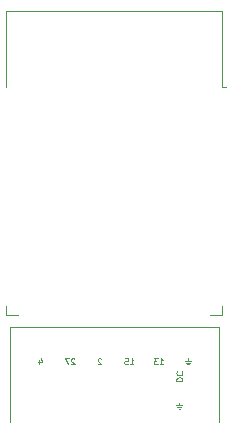
<source format=gbr>
%TF.GenerationSoftware,KiCad,Pcbnew,(6.0.10-0)*%
%TF.CreationDate,2023-01-05T15:58:35+00:00*%
%TF.ProjectId,LowPower,4c6f7750-6f77-4657-922e-6b696361645f,6*%
%TF.SameCoordinates,Original*%
%TF.FileFunction,Legend,Bot*%
%TF.FilePolarity,Positive*%
%FSLAX46Y46*%
G04 Gerber Fmt 4.6, Leading zero omitted, Abs format (unit mm)*
G04 Created by KiCad (PCBNEW (6.0.10-0)) date 2023-01-05 15:58:35*
%MOMM*%
%LPD*%
G01*
G04 APERTURE LIST*
%ADD10C,0.080000*%
%ADD11C,0.120000*%
G04 APERTURE END LIST*
D10*
X131523809Y-123610952D02*
X132023809Y-123610952D01*
X132023809Y-123491904D01*
X132000000Y-123420476D01*
X131952380Y-123372857D01*
X131904761Y-123349047D01*
X131809523Y-123325238D01*
X131738095Y-123325238D01*
X131642857Y-123349047D01*
X131595238Y-123372857D01*
X131547619Y-123420476D01*
X131523809Y-123491904D01*
X131523809Y-123610952D01*
X131571428Y-122825238D02*
X131547619Y-122849047D01*
X131523809Y-122920476D01*
X131523809Y-122968095D01*
X131547619Y-123039523D01*
X131595238Y-123087142D01*
X131642857Y-123110952D01*
X131738095Y-123134761D01*
X131809523Y-123134761D01*
X131904761Y-123110952D01*
X131952380Y-123087142D01*
X132000000Y-123039523D01*
X132023809Y-122968095D01*
X132023809Y-122920476D01*
X132000000Y-122849047D01*
X131976190Y-122825238D01*
X130095238Y-122226190D02*
X130380952Y-122226190D01*
X130238095Y-122226190D02*
X130238095Y-121726190D01*
X130285714Y-121797619D01*
X130333333Y-121845238D01*
X130380952Y-121869047D01*
X129928571Y-121726190D02*
X129619047Y-121726190D01*
X129785714Y-121916666D01*
X129714285Y-121916666D01*
X129666666Y-121940476D01*
X129642857Y-121964285D01*
X129619047Y-122011904D01*
X129619047Y-122130952D01*
X129642857Y-122178571D01*
X129666666Y-122202380D01*
X129714285Y-122226190D01*
X129857142Y-122226190D01*
X129904761Y-122202380D01*
X129928571Y-122178571D01*
X127595238Y-122226190D02*
X127880952Y-122226190D01*
X127738095Y-122226190D02*
X127738095Y-121726190D01*
X127785714Y-121797619D01*
X127833333Y-121845238D01*
X127880952Y-121869047D01*
X127142857Y-121726190D02*
X127380952Y-121726190D01*
X127404761Y-121964285D01*
X127380952Y-121940476D01*
X127333333Y-121916666D01*
X127214285Y-121916666D01*
X127166666Y-121940476D01*
X127142857Y-121964285D01*
X127119047Y-122011904D01*
X127119047Y-122130952D01*
X127142857Y-122178571D01*
X127166666Y-122202380D01*
X127214285Y-122226190D01*
X127333333Y-122226190D01*
X127380952Y-122202380D01*
X127404761Y-122178571D01*
X131988095Y-125690476D02*
X131511904Y-125690476D01*
X131892857Y-125833333D02*
X131607142Y-125833333D01*
X131750000Y-125476190D02*
X131750000Y-125690476D01*
X131702380Y-125976190D02*
X131797619Y-125976190D01*
X119904761Y-121892857D02*
X119904761Y-122226190D01*
X120023809Y-121702380D02*
X120142857Y-122059523D01*
X119833333Y-122059523D01*
X132738095Y-121940476D02*
X132261904Y-121940476D01*
X132642857Y-122083333D02*
X132357142Y-122083333D01*
X132500000Y-121726190D02*
X132500000Y-121940476D01*
X132452380Y-122226190D02*
X132547619Y-122226190D01*
X122880952Y-121773809D02*
X122857142Y-121750000D01*
X122809523Y-121726190D01*
X122690476Y-121726190D01*
X122642857Y-121750000D01*
X122619047Y-121773809D01*
X122595238Y-121821428D01*
X122595238Y-121869047D01*
X122619047Y-121940476D01*
X122904761Y-122226190D01*
X122595238Y-122226190D01*
X122428571Y-121726190D02*
X122095238Y-121726190D01*
X122309523Y-122226190D01*
X125142857Y-121773809D02*
X125119047Y-121750000D01*
X125071428Y-121726190D01*
X124952380Y-121726190D01*
X124904761Y-121750000D01*
X124880952Y-121773809D01*
X124857142Y-121821428D01*
X124857142Y-121869047D01*
X124880952Y-121940476D01*
X125166666Y-122226190D01*
X124857142Y-122226190D01*
D11*
%TO.C,J1*%
X117400000Y-119100000D02*
X117400000Y-127100000D01*
X135100000Y-119100000D02*
X135100000Y-127100000D01*
X135100000Y-119100000D02*
X117400000Y-119100000D01*
%TO.C,U1*%
X135350000Y-117250000D02*
X135350000Y-118030000D01*
X135350000Y-98705000D02*
X135730000Y-98705000D01*
X117110000Y-92285000D02*
X117110000Y-98705000D01*
X117110000Y-117250000D02*
X117110000Y-118030000D01*
X135350000Y-92285000D02*
X117110000Y-92285000D01*
X135350000Y-92285000D02*
X135350000Y-98705000D01*
X135350000Y-118030000D02*
X134350000Y-118030000D01*
X117110000Y-118030000D02*
X118110000Y-118030000D01*
%TD*%
M02*

</source>
